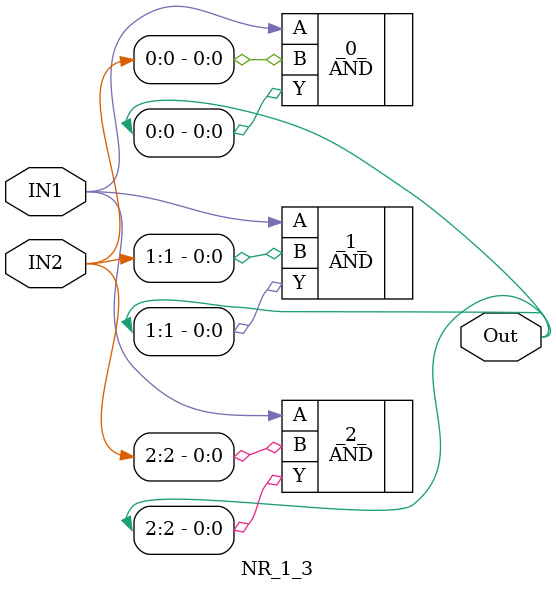
<source format=v>
/* Generated by Yosys 0.45+139 (git sha1 8e1e2b9a3, g++ 12.2.0-14 -fPIC -O3) */

module NR_1_3(IN1, IN2, Out);
  input IN1;
  wire IN1;
  input [2:0] IN2;
  wire [2:0] IN2;
  output [2:0] Out;
  wire [2:0] Out;
  AND _0_ (
    .A(IN1),
    .B(IN2[0]),
    .Y(Out[0])
  );
  AND _1_ (
    .A(IN1),
    .B(IN2[1]),
    .Y(Out[1])
  );
  AND _2_ (
    .A(IN1),
    .B(IN2[2]),
    .Y(Out[2])
  );
endmodule

</source>
